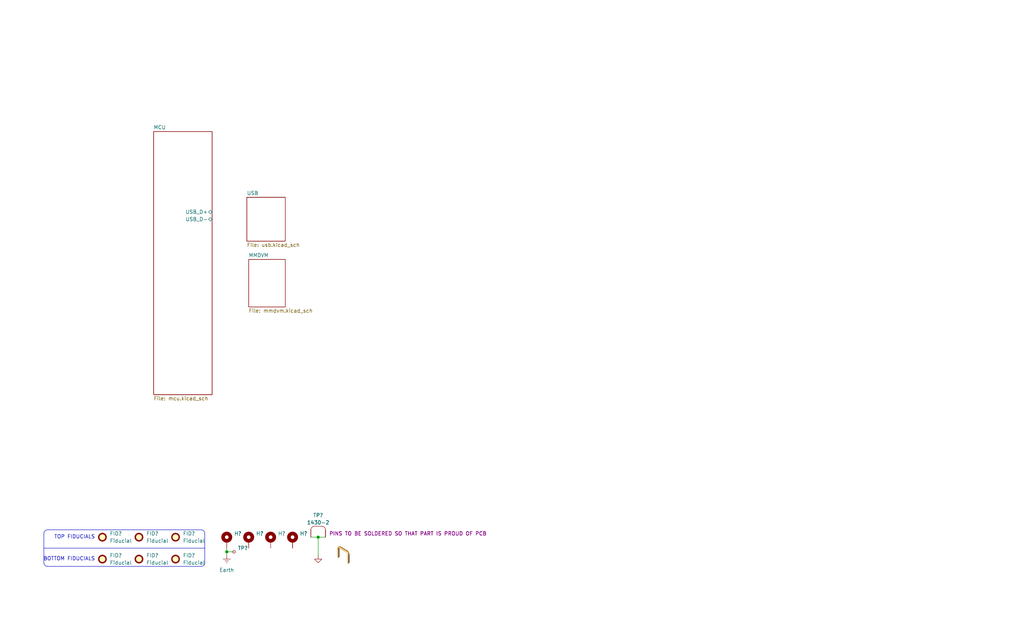
<source format=kicad_sch>
(kicad_sch (version 20231120) (generator "eeschema") (generator_version "8.0")
  (paper "USLegal")
  (lib_symbols
    (symbol "Connector:TestPoint_Small" (pin_numbers hide) (pin_names (offset 0.762) hide)
      (property "Reference" "TP" (at 0 3.81 0))
      (property "Value" "TestPoint_Small" (at 0 2.032 0))
      (symbol "TestPoint_Small_0_1"
        (circle (center 0 0) (radius 0.508))
      )
      (symbol "TestPoint_Small_1_1"
        (pin passive line (at 0 0 90) (length 0) (name "1") (number "1"))
      )
    )
    (symbol "DDCEE:GND" (power) (pin_numbers hide) (pin_names (offset 0) hide)
      (symbol "GND_0_1"
        (polyline (pts (xy 0 0) (xy 0 -1.27) (xy 1.27 -1.27) (xy 0 -2.54) (xy -1.27 -1.27) (xy 0 -1.27)))
      )
      (symbol "GND_1_1"
        (pin power_in line (at 0 0 270) (length 0) (name "~") (number "1"))
      )
    )
    (symbol "DDCEE:TP_2P_Keystone_1430-2" (pin_numbers hide) (pin_names hide)
      (property "Reference" "TP" (at 2.54 4.826 0))
      (property "Value" "1430-2" (at 8.636 1.016 0))
      (property "Assembly Instructions" "PINS TO BE SOLDERED SO THAT PART IS PROUD OF PCB" (at 30.734 -0.508 0))
      (symbol "TP_2P_Keystone_1430-2_0_1"
        (polyline (pts (xy 1.27 3.81) (xy 3.81 3.81)))
        (arc (start 1.27 3.81) (mid 0.372 3.438) (end 0 2.54))
        (arc (start 5.08 2.54) (mid 4.708 3.438) (end 3.81 3.81))
      )
      (symbol "TP_2P_Keystone_1430-2_1_1"
        (pin power_in line (at 0 0 90) (length 2.54) (name "1") (number "1"))
        (pin power_in line (at 5.08 0 90) (length 2.54) (name "2") (number "2"))
      )
    )
    (symbol "Mechanical:Fiducial" (exclude_from_sim yes) (in_bom no)
      (property "Reference" "FID" (at 0 5.08 0))
      (property "Value" "Fiducial" (at 0 3.175 0))
      (symbol "Fiducial_0_1"
        (circle (center 0 0) (radius 1.27) (stroke (width 0.508)) (fill (type background)))
      )
    )
    (symbol "Mechanical:MountingHole_Pad" (pin_numbers hide) (pin_names (offset 1.016) hide) (exclude_from_sim yes) (in_bom no)
      (property "Reference" "H" (at 0 6.35 0))
      (property "Value" "MountingHole_Pad" (at 0 4.445 0))
      (symbol "MountingHole_Pad_0_1"
        (circle (center 0 1.27) (radius 1.27) (stroke (width 1.27)))
      )
      (symbol "MountingHole_Pad_1_1"
        (pin input line (at 0 -2.54 90) (length 2.54) (name "1") (number "1"))
      )
    )
    (symbol "power:Earth" (power) (pin_numbers hide) (pin_names (offset 0) hide)
      (property "Value" "Earth" (at 0 -3.81 0))
      (symbol "Earth_0_1"
        (polyline (pts (xy -0.635 -1.905) (xy 0.635 -1.905)))
        (polyline (pts (xy -0.127 -2.54) (xy 0.127 -2.54)))
        (polyline (pts (xy 0 -1.27) (xy 0 0)))
        (polyline (pts (xy 1.27 -1.27) (xy -1.27 -1.27)))
      )
      (symbol "Earth_1_1"
        (pin power_in line (at 0 0 270) (length 0) (name "~") (number "1"))
      )
    )
  )
  (junction (at 110.49 186.69))
  (junction (at 78.74 191.77))
  (no_connect (at -85.09 3.81))
  (polyline (pts (xy 71.12 185.42) (xy 71.12 195.58)))
  (wire (pts (xy 107.95 186.69) (xy 110.49 186.69)))
  (polyline (pts (xy 15.24 190.5) (xy 71.12 190.5)))
  (wire (pts (xy 78.74 191.77) (xy 81.28 191.77)))
  (wire (pts (xy 110.49 186.69) (xy 113.03 186.69)))
  (wire (pts (xy 110.49 193.04) (xy 110.49 186.69)))
  (wire (pts (xy 78.74 190.5) (xy 78.74 191.77)))
  (polyline (pts (xy 15.24 185.42) (xy 15.24 195.58)))
  (polyline (pts (xy 16.51 196.85) (xy 69.85 196.85)))
  (polyline (pts (xy 16.51 184.15) (xy 69.85 184.15)))
  (wire (pts (xy 78.74 191.77) (xy 78.74 193.04)))
  (arc (start 16.51 196.85) (mid 15.612 196.478) (end 15.24 195.58))
  (arc (start 15.24 185.42) (mid 15.612 184.522) (end 16.51 184.15))
  (arc (start 69.85 184.15) (mid 70.748 184.522) (end 71.12 185.42))
  (arc (start 71.12 195.58) (mid 70.748 196.478) (end 69.85 196.85))
  (image (at 119.38 193.04) (scale 0.218519))
  (text "BOTTOM FIDUCIALS\n" (at 33.02 194.31 0) (effects (font (size 1.27 1.27)) (justify right)))
  (text "TOP FIDUCIALS" (at 33.02 186.69 0) (effects (font (size 1.27 1.27)) (justify right)))
  (symbol (lib_id "power:Earth") (at 78.74 193.04 0) (unit 1)
    (property "Reference" "#PWR?" (effects (hide yes)))
    (property "Value" "Earth" (at 78.74 198.12 0))
    (property "Description" "Power symbol creates a global label with name \"Earth\"" (effects (hide yes)))
  )
  (symbol (lib_id "Mechanical:Fiducial") (at 48.26 194.31 0) (unit 1) (exclude_from_sim yes) (in_bom no)
    (property "Reference" "FID?" (at 50.8 193.04 0) (effects (justify left)))
    (property "Value" "Fiducial" (at 50.8 195.58 0) (effects (justify left)))
    (property "Footprint" "Fiducial:Fiducial_0.75mm_Mask1.5mm" (effects (hide yes)))
    (property "Description" "Fiducial Marker" (effects (hide yes)))
  )
  (symbol (lib_id "Mechanical:Fiducial") (at 60.96 194.31 0) (unit 1) (exclude_from_sim yes) (in_bom no)
    (property "Reference" "FID?" (at 63.5 193.04 0) (effects (justify left)))
    (property "Value" "Fiducial" (at 63.5 195.58 0) (effects (justify left)))
    (property "Footprint" "Fiducial:Fiducial_0.75mm_Mask1.5mm" (effects (hide yes)))
    (property "Description" "Fiducial Marker" (effects (hide yes)))
  )
  (symbol (lib_id "DDCEE:TP_2P_Keystone_1430-2") (at 107.95 186.69 0) (unit 1)
    (property "Reference" "TP?" (at 110.49 179.07 0))
    (property "Value" "1430-2" (at 110.49 181.61 0))
    (property "Footprint" "DDCEE:TP_2P_Keystone_1430-2" (effects (hide yes)))
    (property "Datasheet" "https://www.keyelco.com/userAssets/file/M65p105.pdf" (effects (hide yes)))
    (property "Description" "PIN SHORTING .040\"DIA" (effects (hide yes)))
    (property "Detailed Description" "2 (1 x 2) Position Shunt Connector Non-Insulated 0.250\" (6.40mm) Gold" (effects (hide yes)))
    (property "Manufacturer" "Keystone Electronics" (effects (hide yes)))
    (property "Manufacturer PN" "1430-2" (effects (hide yes)))
    (property "Supplier 1" "DigiKey" (effects (hide yes)))
    (property "Supplier 1 PN" "36-1430-2-ND" (effects (hide yes)))
    (property "Supplier 1 Link" "https://www.digikey.com/en/products/detail/keystone-electronics/1430-2/2746418" (effects (hide yes)))
    (property "Assembly Instructions" "PINS TO BE SOLDERED SO THAT PART IS PROUD OF PCB" (at 114.3 185.42 0) (effects (justify left)))
  )
  (symbol (lib_id "Mechanical:MountingHole_Pad") (at 86.36 187.96 0) (unit 1) (exclude_from_sim yes) (in_bom no)
    (property "Reference" "H?" (at 88.9 185.42 0) (effects (justify left)))
    (property "Value" "MountingHole_Pad" (effects (hide yes)))
    (property "Footprint" "MountingHole:MountingHole_3.2mm_M3" (effects (hide yes)))
    (property "Description" "Mounting Hole with connection" (effects (hide yes)))
  )
  (symbol (lib_id "Mechanical:Fiducial") (at 60.96 186.69 0) (unit 1) (exclude_from_sim yes) (in_bom no)
    (property "Reference" "FID?" (at 63.5 185.42 0) (effects (justify left)))
    (property "Value" "Fiducial" (at 63.5 187.96 0) (effects (justify left)))
    (property "Footprint" "Fiducial:Fiducial_0.75mm_Mask1.5mm" (effects (hide yes)))
    (property "Description" "Fiducial Marker" (effects (hide yes)))
  )
  (symbol (lib_id "Mechanical:MountingHole_Pad") (at 78.74 187.96 0) (unit 1) (exclude_from_sim yes) (in_bom no)
    (property "Reference" "H?" (at 81.28 185.42 0) (effects (justify left)))
    (property "Value" "MountingHole_Pad" (effects (hide yes)))
    (property "Footprint" "MountingHole:MountingHole_3.2mm_M3_Pad_Via" (effects (hide yes)))
    (property "Description" "Mounting Hole with connection" (effects (hide yes)))
  )
  (symbol (lib_id "Mechanical:Fiducial") (at 48.26 186.69 0) (unit 1) (exclude_from_sim yes) (in_bom no)
    (property "Reference" "FID?" (at 50.8 185.42 0) (effects (justify left)))
    (property "Value" "Fiducial" (at 50.8 187.96 0) (effects (justify left)))
    (property "Footprint" "Fiducial:Fiducial_0.75mm_Mask1.5mm" (effects (hide yes)))
    (property "Description" "Fiducial Marker" (effects (hide yes)))
  )
  (symbol (lib_id "Connector:TestPoint_Small") (at 81.28 191.77 0) (unit 1) (exclude_from_sim yes) (in_bom no)
    (property "Reference" "TP?" (at 82.55 190.5 0) (effects (justify left)))
    (property "Value" "TestPoint_Small" (effects (hide yes)))
    (property "Footprint" "TestPoint:TestPoint_Pad_D2.5mm" (effects (hide yes)))
    (property "Description" "test point" (effects (hide yes)))
  )
  (symbol (lib_id "Mechanical:Fiducial") (at 35.56 186.69 0) (unit 1) (exclude_from_sim yes) (in_bom no)
    (property "Reference" "FID?" (at 38.1 185.42 0) (effects (justify left)))
    (property "Value" "Fiducial" (at 38.1 187.96 0) (effects (justify left)))
    (property "Footprint" "Fiducial:Fiducial_0.75mm_Mask1.5mm" (effects (hide yes)))
    (property "Description" "Fiducial Marker" (effects (hide yes)))
  )
  (symbol (lib_id "Mechanical:MountingHole_Pad") (at 93.98 187.96 0) (unit 1) (exclude_from_sim yes) (in_bom no)
    (property "Reference" "H?" (at 96.52 185.42 0) (effects (justify left)))
    (property "Value" "MountingHole_Pad" (effects (hide yes)))
    (property "Footprint" "MountingHole:MountingHole_3.2mm_M3" (effects (hide yes)))
    (property "Description" "Mounting Hole with connection" (effects (hide yes)))
  )
  (symbol (lib_id "DDCEE:GND") (at 110.49 193.04 0) (unit 1)
    (property "Reference" "#PWR?" (effects (hide yes)))
    (property "Value" "GND" (effects (hide yes)))
    (property "Description" "Power symbol creates a global label with name \"GND\" , ground" (effects (hide yes)))
  )
  (symbol (lib_id "Mechanical:Fiducial") (at 35.56 194.31 0) (unit 1) (exclude_from_sim yes) (in_bom no)
    (property "Reference" "FID?" (at 38.1 193.04 0) (effects (justify left)))
    (property "Value" "Fiducial" (at 38.1 195.58 0) (effects (justify left)))
    (property "Footprint" "Fiducial:Fiducial_0.75mm_Mask1.5mm" (effects (hide yes)))
    (property "Description" "Fiducial Marker" (effects (hide yes)))
  )
  (symbol (lib_id "Mechanical:MountingHole_Pad") (at 101.6 187.96 0) (unit 1) (exclude_from_sim yes) (in_bom no)
    (property "Reference" "H?" (at 104.14 185.42 0) (effects (justify left)))
    (property "Value" "MountingHole_Pad" (effects (hide yes)))
    (property "Footprint" "MountingHole:MountingHole_3.2mm_M3" (effects (hide yes)))
    (property "Description" "Mounting Hole with connection" (effects (hide yes)))
  )
  (sheet (at 85.725 68.58) (size 13.335 15.24) (stroke (width 0.1524))
    (property "Sheetname" "USB" (at 85.725 67.8684 0) (effects (justify left bottom)))
    (property "Sheetfile" "usb.kicad_sch" (at 85.725 84.4046 0) (effects (justify left top)))
  )
  (sheet (at 53.34 45.72) (size 20.32 91.44) (stroke (width 0.1524))
    (property "Sheetname" "MCU" (at 53.34 45.0084 0) (effects (justify left bottom)))
    (property "Sheetfile" "mcu.kicad_sch" (at 53.34 137.7446 0) (effects (justify left top)))
    (pin "USB_D-" bidirectional (at 73.66 76.2 0))
    (pin "USB_D+" bidirectional (at 73.66 73.66 0))
  )
  (sheet (at 86.36 90.17) (size 12.7 16.51) (stroke (width 0.1524))
    (property "Sheetname" "MMDVM" (at 86.36 89.4584 0) (effects (justify left bottom)))
    (property "Sheetfile" "mmdvm.kicad_sch" (at 86.36 107.2646 0) (effects (justify left top)))
  )
)
</source>
